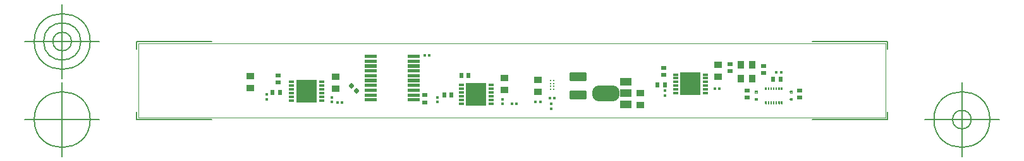
<source format=gbr>
G04 Generated by Ultiboard 14.2 *
%FSLAX46Y46*%
%MOIN*%

%ADD10C,0.000001*%
%ADD11C,0.005000*%
%ADD12C,0.000039*%
%ADD13R,0.037402X0.041339*%
%ADD14R,0.039370X0.037402*%
%ADD15R,0.016535X0.018110*%
%ADD16R,0.022835X0.025984*%
%ADD17R,0.031496X0.011811*%
%ADD18R,0.106299X0.122047*%
%ADD19R,0.018110X0.016535*%
%ADD20R,0.025984X0.022835*%
%ADD21R,0.074803X0.015748*%
%ADD22C,0.070866*%
%ADD23R,0.059055X0.039370*%
%ADD24R,0.080709X0.037402*%
%ADD25C,0.009843*%
%ADD26C,0.007874*%
%ADD27R,0.003150X0.011811*%
%ADD28C,0.003937*%
%ADD29R,0.011811X0.011221*%
%ADD30R,0.011811X0.011220*%
%ADD31R,0.059055X0.013780*%
%ADD32P,0.032293X4*%


G04 ColorRGB 006666 for the following layer *
%LN_uc552a9710a5c4298765c42*%
%LPD*%
G54D10*
G54D11*
X-10000Y-10000D02*
X-10000Y31370D01*
X-10000Y-10000D02*
X385701Y-10000D01*
X3947008Y-10000D02*
X3551307Y-10000D01*
X3947008Y-10000D02*
X3947008Y31370D01*
X3947008Y403701D02*
X3947008Y362331D01*
X3947008Y403701D02*
X3551307Y403701D01*
X-10000Y403701D02*
X385701Y403701D01*
X-10000Y403701D02*
X-10000Y362331D01*
X-206850Y-10000D02*
X-600551Y-10000D01*
X-403701Y-206850D02*
X-403701Y186850D01*
X-551339Y-10000D02*
G75*
D01*
G02X-551339Y-10000I147638J0*
G01*
X4143858Y-10000D02*
X4537559Y-10000D01*
X4340709Y-206850D02*
X4340709Y186850D01*
X4193071Y-10000D02*
G75*
D01*
G02X4193071Y-10000I147638J0*
G01*
X4291496Y-10000D02*
G75*
D01*
G02X4291496Y-10000I49213J0*
G01*
X-206850Y403701D02*
X-600551Y403701D01*
X-403701Y206850D02*
X-403701Y600551D01*
X-551339Y403701D02*
G75*
D01*
G02X-551339Y403701I147638J0*
G01*
X-502126Y403701D02*
G75*
D01*
G02X-502126Y403701I98425J0*
G01*
X-452913Y403701D02*
G75*
D01*
G02X-452913Y403701I49212J0*
G01*
X-10000Y-10000D02*
X-10000Y31370D01*
X-10000Y-10000D02*
X385701Y-10000D01*
X3947008Y-10000D02*
X3551307Y-10000D01*
X3947008Y-10000D02*
X3947008Y31370D01*
X3947008Y403701D02*
X3947008Y362331D01*
X3947008Y403701D02*
X3551307Y403701D01*
X-10000Y403701D02*
X385701Y403701D01*
X-10000Y403701D02*
X-10000Y362331D01*
X-206850Y-10000D02*
X-600551Y-10000D01*
X-403701Y-206850D02*
X-403701Y186850D01*
X-551339Y-10000D02*
G75*
D01*
G02X-551339Y-10000I147638J0*
G01*
X4143858Y-10000D02*
X4537559Y-10000D01*
X4340709Y-206850D02*
X4340709Y186850D01*
X4193071Y-10000D02*
G75*
D01*
G02X4193071Y-10000I147638J0*
G01*
X4291496Y-10000D02*
G75*
D01*
G02X4291496Y-10000I49213J0*
G01*
X-206850Y403701D02*
X-600551Y403701D01*
X-403701Y206850D02*
X-403701Y600551D01*
X-551339Y403701D02*
G75*
D01*
G02X-551339Y403701I147638J0*
G01*
X-502126Y403701D02*
G75*
D01*
G02X-502126Y403701I98425J0*
G01*
X-452913Y403701D02*
G75*
D01*
G02X-452913Y403701I49212J0*
G01*
G54D12*
X0Y0D02*
X3937008Y0D01*
X3937008Y393701D01*
X0Y393701D01*
X0Y0D01*
G54D13*
X3176457Y208583D03*
X3233543Y208583D03*
X3176457Y281417D03*
X3233543Y281417D03*
G54D14*
X590000Y158504D03*
X590000Y221496D03*
X1040000Y153504D03*
X1040000Y216496D03*
X3055000Y218504D03*
X3055000Y281496D03*
X2645000Y68504D03*
X2645000Y131496D03*
X2105000Y138504D03*
X2105000Y201496D03*
X1930000Y148504D03*
X1930000Y211496D03*
G54D15*
X675000Y122992D03*
X675000Y97008D03*
X1020000Y82008D03*
X1020000Y107992D03*
X2175000Y72992D03*
X2175000Y47008D03*
X2775000Y117008D03*
X2775000Y142992D03*
X1575000Y82008D03*
X1575000Y107992D03*
X1920000Y72008D03*
X1920000Y97992D03*
G54D16*
X705709Y135000D03*
X744291Y135000D03*
X2735709Y175000D03*
X2774291Y175000D03*
X3384291Y205000D03*
X3345709Y205000D03*
X1649291Y120000D03*
X1610709Y120000D03*
X1700709Y225000D03*
X1739291Y225000D03*
G54D17*
X806260Y90787D03*
X963740Y90787D03*
X806260Y169528D03*
X806260Y149843D03*
X806260Y110472D03*
X806260Y130157D03*
X963740Y110472D03*
X963740Y169528D03*
X963740Y149843D03*
X963740Y130157D03*
X806260Y189213D03*
X963740Y189213D03*
X2830610Y130138D03*
X2830610Y149823D03*
X2830610Y169508D03*
X2988091Y130138D03*
X2988091Y149823D03*
X2988091Y169508D03*
X2830610Y208878D03*
X2830610Y228563D03*
X2830610Y189193D03*
X2988091Y208878D03*
X2988091Y228563D03*
X2988091Y189193D03*
X1700610Y75138D03*
X1858091Y75138D03*
X1700610Y153878D03*
X1700610Y134193D03*
X1700610Y94823D03*
X1700610Y114508D03*
X1858091Y153878D03*
X1858091Y94823D03*
X1858091Y114508D03*
X1858091Y134193D03*
X1700610Y173563D03*
X1858091Y173563D03*
G54D18*
X885000Y140000D03*
X2909350Y179350D03*
X1779350Y124350D03*
G54D19*
X1072992Y80000D03*
X1047008Y80000D03*
X2092008Y85000D03*
X2117992Y85000D03*
X2192992Y105000D03*
X2167008Y105000D03*
X3037008Y155000D03*
X3062992Y155000D03*
X3362008Y240000D03*
X3387992Y240000D03*
X1967008Y75000D03*
X1992992Y75000D03*
X1507008Y330000D03*
X1532992Y330000D03*
G54D20*
X735000Y224291D03*
X735000Y185709D03*
X3120000Y245709D03*
X3120000Y284291D03*
X2770000Y225709D03*
X2770000Y264291D03*
X3210000Y144291D03*
X3210000Y105709D03*
X3485000Y105709D03*
X3485000Y144291D03*
X3295000Y235709D03*
X3295000Y274291D03*
X1510000Y80709D03*
X1510000Y119291D03*
G54D21*
X2460866Y130000D03*
G54D22*
X2423465Y122126D02*
X2498267Y122126D01*
X2498267Y137874D01*
X2423465Y137874D01*
X2423465Y122126D01*D02*
G54D23*
X2569134Y70945D03*
X2569134Y130000D03*
X2569134Y189055D03*
G54D24*
X2315000Y120787D03*
X2315000Y219213D03*
G54D25*
X2274646Y102086D02*
X2355354Y102086D01*
X2355354Y139488D01*
X2274646Y139488D01*
X2274646Y102086D01*D02*
X2274646Y200512D02*
X2355354Y200512D01*
X2355354Y237914D01*
X2274646Y237914D01*
X2274646Y200512D01*D02*
G54D26*
X2172126Y165866D03*
X2187874Y165866D03*
X2187874Y150118D03*
X2172126Y150118D03*
X2172126Y197362D03*
X2172126Y181614D03*
X2187874Y181614D03*
X2187874Y197362D03*
G54D27*
X3306280Y79980D03*
X3320059Y79980D03*
X3333839Y79980D03*
X3347618Y79980D03*
X3361398Y79980D03*
X3375177Y79980D03*
X3388957Y79980D03*
X3306280Y154783D03*
X3320059Y154783D03*
X3333839Y154783D03*
X3347618Y154783D03*
X3361398Y154783D03*
X3375177Y154783D03*
X3388957Y154783D03*
G54D28*
X3304705Y74075D02*
X3307855Y74075D01*
X3307855Y85885D01*
X3304705Y85885D01*
X3304705Y74075D01*D02*
X3318484Y74075D02*
X3321634Y74075D01*
X3321634Y85885D01*
X3318484Y85885D01*
X3318484Y74075D01*D02*
X3332264Y74075D02*
X3335414Y74075D01*
X3335414Y85885D01*
X3332264Y85885D01*
X3332264Y74075D01*D02*
X3346043Y74075D02*
X3349193Y74075D01*
X3349193Y85885D01*
X3346043Y85885D01*
X3346043Y74075D01*D02*
X3359823Y74075D02*
X3362973Y74075D01*
X3362973Y85885D01*
X3359823Y85885D01*
X3359823Y74075D01*D02*
X3373602Y74075D02*
X3376752Y74075D01*
X3376752Y85885D01*
X3373602Y85885D01*
X3373602Y74075D01*D02*
X3387382Y74075D02*
X3390532Y74075D01*
X3390532Y85885D01*
X3387382Y85885D01*
X3387382Y74075D01*D02*
X3304705Y148878D02*
X3307855Y148878D01*
X3307855Y160688D01*
X3304705Y160688D01*
X3304705Y148878D01*D02*
X3249981Y130768D02*
X3261791Y130768D01*
X3261791Y141988D01*
X3249981Y141988D01*
X3249981Y130768D01*D02*
X3249981Y92776D02*
X3261791Y92776D01*
X3261791Y103996D01*
X3249981Y103996D01*
X3249981Y92776D01*D02*
X3318484Y148878D02*
X3321634Y148878D01*
X3321634Y160688D01*
X3318484Y160688D01*
X3318484Y148878D01*D02*
X3332264Y148878D02*
X3335414Y148878D01*
X3335414Y160688D01*
X3332264Y160688D01*
X3332264Y148878D01*D02*
X3346043Y148878D02*
X3349193Y148878D01*
X3349193Y160688D01*
X3346043Y160688D01*
X3346043Y148878D01*D02*
X3359823Y148878D02*
X3362973Y148878D01*
X3362973Y160688D01*
X3359823Y160688D01*
X3359823Y148878D01*D02*
X3373602Y148878D02*
X3376752Y148878D01*
X3376752Y160688D01*
X3373602Y160688D01*
X3373602Y148878D01*D02*
X3387382Y148878D02*
X3390532Y148878D01*
X3390532Y160688D01*
X3387382Y160688D01*
X3387382Y148878D01*D02*
X3433445Y130768D02*
X3445255Y130768D01*
X3445255Y141988D01*
X3433445Y141988D01*
X3433445Y130768D01*D02*
X3433445Y92776D02*
X3445255Y92776D01*
X3445255Y103996D01*
X3433445Y103996D01*
X3433445Y92776D01*D02*
X1191300Y140393D02*
X1250354Y140393D01*
X1250354Y154173D01*
X1191300Y154173D01*
X1191300Y140393D01*D02*
X1191300Y114803D02*
X1250354Y114803D01*
X1250354Y128583D01*
X1191300Y128583D01*
X1191300Y114803D01*D02*
X1191300Y89212D02*
X1250354Y89212D01*
X1250354Y102992D01*
X1191300Y102992D01*
X1191300Y89212D01*D02*
X1419646Y89212D02*
X1478700Y89212D01*
X1478700Y102992D01*
X1419646Y102992D01*
X1419646Y89212D01*D02*
X1419646Y114803D02*
X1478700Y114803D01*
X1478700Y128583D01*
X1419646Y128583D01*
X1419646Y114803D01*D02*
X1419646Y140393D02*
X1478700Y140393D01*
X1478700Y154173D01*
X1419646Y154173D01*
X1419646Y140393D01*D02*
X1191300Y242756D02*
X1250354Y242756D01*
X1250354Y256536D01*
X1191300Y256536D01*
X1191300Y242756D01*D02*
X1191300Y217165D02*
X1250354Y217165D01*
X1250354Y230945D01*
X1191300Y230945D01*
X1191300Y217165D01*D02*
X1191300Y165984D02*
X1250354Y165984D01*
X1250354Y179764D01*
X1191300Y179764D01*
X1191300Y165984D01*D02*
X1191300Y191575D02*
X1250354Y191575D01*
X1250354Y205355D01*
X1191300Y205355D01*
X1191300Y191575D01*D02*
X1419646Y165984D02*
X1478700Y165984D01*
X1478700Y179764D01*
X1419646Y179764D01*
X1419646Y165984D01*D02*
X1419646Y191575D02*
X1478700Y191575D01*
X1478700Y205355D01*
X1419646Y205355D01*
X1419646Y191575D01*D02*
X1419646Y242756D02*
X1478700Y242756D01*
X1478700Y256536D01*
X1419646Y256536D01*
X1419646Y242756D01*D02*
X1419646Y217165D02*
X1478700Y217165D01*
X1478700Y230945D01*
X1419646Y230945D01*
X1419646Y217165D01*D02*
X1191300Y319527D02*
X1250354Y319527D01*
X1250354Y333307D01*
X1191300Y333307D01*
X1191300Y319527D01*D02*
X1191300Y268346D02*
X1250354Y268346D01*
X1250354Y282126D01*
X1191300Y282126D01*
X1191300Y268346D01*D02*
X1191300Y293937D02*
X1250354Y293937D01*
X1250354Y307717D01*
X1191300Y307717D01*
X1191300Y293937D01*D02*
X1419646Y319527D02*
X1478700Y319527D01*
X1478700Y333307D01*
X1419646Y333307D01*
X1419646Y319527D01*D02*
X1419646Y268346D02*
X1478700Y268346D01*
X1478700Y282126D01*
X1419646Y282126D01*
X1419646Y268346D01*D02*
X1419646Y293937D02*
X1478700Y293937D01*
X1478700Y307717D01*
X1419646Y307717D01*
X1419646Y293937D01*D02*
G54D29*
X3255886Y136378D03*
X3439350Y136378D03*
X3439350Y98386D03*
G54D30*
X3255886Y98386D03*
G54D31*
X1220827Y147283D03*
X1220827Y121693D03*
X1220827Y96102D03*
X1449173Y96102D03*
X1449173Y121693D03*
X1449173Y147283D03*
X1220827Y249646D03*
X1220827Y224055D03*
X1220827Y172874D03*
X1220827Y198465D03*
X1449173Y172874D03*
X1449173Y198465D03*
X1449173Y249646D03*
X1449173Y224055D03*
X1220827Y326417D03*
X1220827Y275236D03*
X1220827Y300827D03*
X1449173Y326417D03*
X1449173Y275236D03*
X1449173Y300827D03*
G54D32*
X1122473Y169755D03*
X1120245Y167527D03*
X1149755Y142473D03*
X1147527Y140245D03*

M02*

</source>
